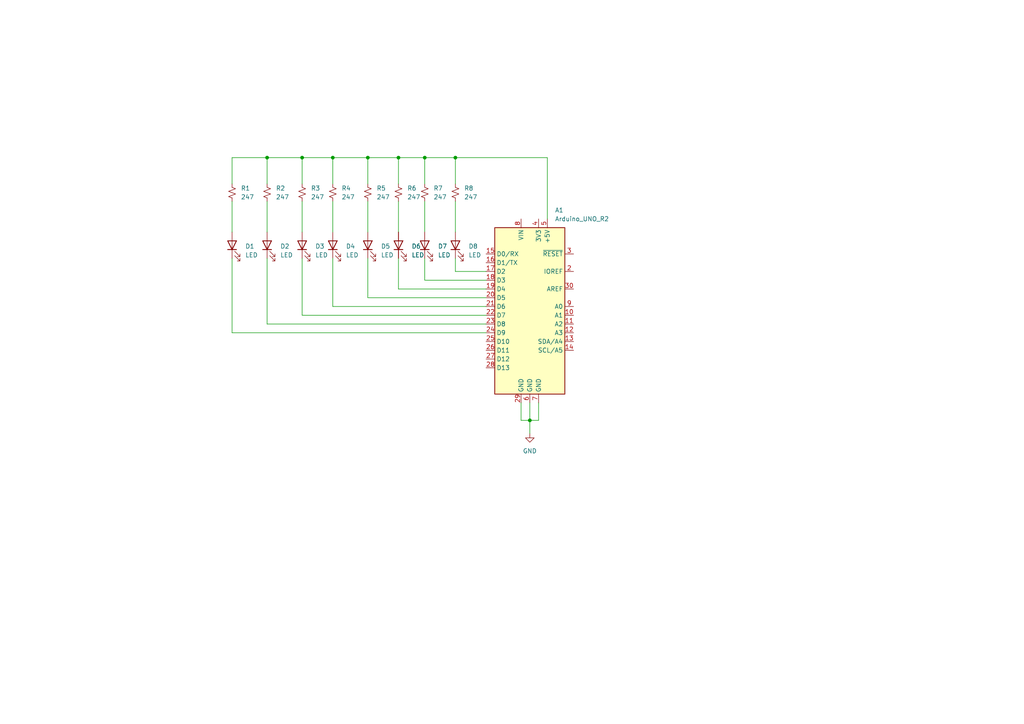
<source format=kicad_sch>
(kicad_sch (version 20230121) (generator eeschema)
  (paper "A4")
  (lib_symbols
    (symbol "Device:LED" (pin_numbers hide) (pin_names (offset 1.016) hide)
      (property "Reference" "D" (at 0 2.54 0))
      (property "Value" "LED" (at 0 -2.54 0))
      (symbol "LED_0_1"
        (polyline (pts (xy -1.27 -1.27) (xy -1.27 1.27)) (stroke (width 0.254)))
        (polyline (pts (xy -1.27 0) (xy 1.27 0)))
        (polyline (pts (xy 1.27 -1.27) (xy 1.27 1.27) (xy -1.27 0) (xy 1.27 -1.27)) (stroke (width 0.254)))
        (polyline (pts (xy -3.048 -0.762) (xy -4.572 -2.286) (xy -3.81 -2.286) (xy -4.572 -2.286) (xy -4.572 -1.524)))
        (polyline (pts (xy -1.778 -0.762) (xy -3.302 -2.286) (xy -2.54 -2.286) (xy -3.302 -2.286) (xy -3.302 -1.524)))
      )
      (symbol "LED_1_1"
        (pin passive line (at -3.81 0 0) (length 2.54) (name "K") (number "1"))
        (pin passive line (at 3.81 0 180) (length 2.54) (name "A") (number "2"))
      )
    )
    (symbol "Device:R_Small_US" (pin_numbers hide) (pin_names (offset 0.254) hide)
      (property "Reference" "R" (at 0.762 0.508 0))
      (property "Value" "R_Small_US" (at 0.762 -1.016 0))
      (symbol "R_Small_US_1_1"
        (polyline (pts (xy 0 0) (xy 1.016 -0.381) (xy 0 -0.762) (xy -1.016 -1.143) (xy 0 -1.524)))
        (polyline (pts (xy 0 1.524) (xy 1.016 1.143) (xy 0 0.762) (xy -1.016 0.381) (xy 0 0)))
        (pin passive line (at 0 2.54 270) (length 1.016) (name "~") (number "1"))
        (pin passive line (at 0 -2.54 90) (length 1.016) (name "~") (number "2"))
      )
    )
    (symbol "MCU_Module:Arduino_UNO_R2"
      (property "Reference" "A" (at -10.16 23.495 0))
      (property "Value" "Arduino_UNO_R2" (at 5.08 -26.67 0))
      (symbol "Arduino_UNO_R2_0_1"
        (rectangle (start -10.16 22.86) (end 10.16 -25.4) (stroke (width 0.254)) (fill (type background)))
      )
      (symbol "Arduino_UNO_R2_1_1"
        (pin no_connect line (at -10.16 -20.32 0) (length 2.54) hide (name "NC") (number "1"))
        (pin bidirectional line (at 12.7 -2.54 180) (length 2.54) (name "A1") (number "10"))
        (pin bidirectional line (at 12.7 -5.08 180) (length 2.54) (name "A2") (number "11"))
        (pin bidirectional line (at 12.7 -7.62 180) (length 2.54) (name "A3") (number "12"))
        (pin bidirectional line (at 12.7 -10.16 180) (length 2.54) (name "SDA/A4") (number "13"))
        (pin bidirectional line (at 12.7 -12.7 180) (length 2.54) (name "SCL/A5") (number "14"))
        (pin bidirectional line (at -12.7 15.24 0) (length 2.54) (name "D0/RX") (number "15"))
        (pin bidirectional line (at -12.7 12.7 0) (length 2.54) (name "D1/TX") (number "16"))
        (pin bidirectional line (at -12.7 10.16 0) (length 2.54) (name "D2") (number "17"))
        (pin bidirectional line (at -12.7 7.62 0) (length 2.54) (name "D3") (number "18"))
        (pin bidirectional line (at -12.7 5.08 0) (length 2.54) (name "D4") (number "19"))
        (pin output line (at 12.7 10.16 180) (length 2.54) (name "IOREF") (number "2"))
        (pin bidirectional line (at -12.7 2.54 0) (length 2.54) (name "D5") (number "20"))
        (pin bidirectional line (at -12.7 0 0) (length 2.54) (name "D6") (number "21"))
        (pin bidirectional line (at -12.7 -2.54 0) (length 2.54) (name "D7") (number "22"))
        (pin bidirectional line (at -12.7 -5.08 0) (length 2.54) (name "D8") (number "23"))
        (pin bidirectional line (at -12.7 -7.62 0) (length 2.54) (name "D9") (number "24"))
        (pin bidirectional line (at -12.7 -10.16 0) (length 2.54) (name "D10") (number "25"))
        (pin bidirectional line (at -12.7 -12.7 0) (length 2.54) (name "D11") (number "26"))
        (pin bidirectional line (at -12.7 -15.24 0) (length 2.54) (name "D12") (number "27"))
        (pin bidirectional line (at -12.7 -17.78 0) (length 2.54) (name "D13") (number "28"))
        (pin power_in line (at -2.54 -27.94 90) (length 2.54) (name "GND") (number "29"))
        (pin input line (at 12.7 15.24 180) (length 2.54) (name "~{RESET}") (number "3"))
        (pin input line (at 12.7 5.08 180) (length 2.54) (name "AREF") (number "30"))
        (pin power_out line (at 2.54 25.4 270) (length 2.54) (name "3V3") (number "4"))
        (pin power_out line (at 5.08 25.4 270) (length 2.54) (name "+5V") (number "5"))
        (pin power_in line (at 0 -27.94 90) (length 2.54) (name "GND") (number "6"))
        (pin power_in line (at 2.54 -27.94 90) (length 2.54) (name "GND") (number "7"))
        (pin power_in line (at -2.54 25.4 270) (length 2.54) (name "VIN") (number "8"))
        (pin bidirectional line (at 12.7 0 180) (length 2.54) (name "A0") (number "9"))
      )
    )
    (symbol "power:GND" (power) (pin_names (offset 0))
      (property "Value" "GND" (at 0 -3.81 0))
      (symbol "GND_0_1"
        (polyline (pts (xy 0 0) (xy 0 -1.27) (xy 1.27 -1.27) (xy 0 -2.54) (xy -1.27 -1.27) (xy 0 -1.27)))
      )
      (symbol "GND_1_1"
        (pin power_in line (at 0 0 270) (length 0) hide (name "GND") (number "1"))
      )
    )
  )
  (junction (at 77.47 45.72))
  (junction (at 153.67 121.92))
  (junction (at 96.52 45.72))
  (junction (at 115.57 45.72))
  (junction (at 87.63 45.72))
  (junction (at 132.08 45.72))
  (junction (at 106.68 45.72))
  (junction (at 123.19 45.72))
  (wire (pts (xy 151.13 121.92) (xy 153.67 121.92)))
  (wire (pts (xy 115.57 83.82) (xy 140.97 83.82)))
  (wire (pts (xy 123.19 81.28) (xy 140.97 81.28)))
  (wire (pts (xy 106.68 86.36) (xy 140.97 86.36)))
  (wire (pts (xy 96.52 45.72) (xy 96.52 53.34)))
  (wire (pts (xy 132.08 45.72) (xy 158.75 45.72)))
  (wire (pts (xy 106.68 45.72) (xy 115.57 45.72)))
  (wire (pts (xy 96.52 45.72) (xy 106.68 45.72)))
  (wire (pts (xy 77.47 58.42) (xy 77.47 67.31)))
  (wire (pts (xy 67.31 58.42) (xy 67.31 67.31)))
  (wire (pts (xy 153.67 116.84) (xy 153.67 121.92)))
  (wire (pts (xy 67.31 45.72) (xy 77.47 45.72)))
  (wire (pts (xy 96.52 58.42) (xy 96.52 67.31)))
  (wire (pts (xy 96.52 88.9) (xy 140.97 88.9)))
  (wire (pts (xy 87.63 45.72) (xy 96.52 45.72)))
  (wire (pts (xy 156.21 116.84) (xy 156.21 121.92)))
  (wire (pts (xy 96.52 74.93) (xy 96.52 88.9)))
  (wire (pts (xy 77.47 74.93) (xy 77.47 93.98)))
  (wire (pts (xy 132.08 58.42) (xy 132.08 67.31)))
  (wire (pts (xy 123.19 58.42) (xy 123.19 67.31)))
  (wire (pts (xy 106.68 74.93) (xy 106.68 86.36)))
  (wire (pts (xy 132.08 78.74) (xy 140.97 78.74)))
  (wire (pts (xy 156.21 121.92) (xy 153.67 121.92)))
  (wire (pts (xy 115.57 45.72) (xy 123.19 45.72)))
  (wire (pts (xy 87.63 74.93) (xy 87.63 91.44)))
  (wire (pts (xy 77.47 45.72) (xy 87.63 45.72)))
  (wire (pts (xy 77.47 93.98) (xy 140.97 93.98)))
  (wire (pts (xy 115.57 45.72) (xy 115.57 53.34)))
  (wire (pts (xy 106.68 58.42) (xy 106.68 67.31)))
  (wire (pts (xy 123.19 45.72) (xy 123.19 53.34)))
  (wire (pts (xy 67.31 74.93) (xy 67.31 96.52)))
  (wire (pts (xy 87.63 58.42) (xy 87.63 67.31)))
  (wire (pts (xy 132.08 74.93) (xy 132.08 78.74)))
  (wire (pts (xy 123.19 74.93) (xy 123.19 81.28)))
  (wire (pts (xy 151.13 116.84) (xy 151.13 121.92)))
  (wire (pts (xy 87.63 45.72) (xy 87.63 53.34)))
  (wire (pts (xy 158.75 45.72) (xy 158.75 63.5)))
  (wire (pts (xy 106.68 45.72) (xy 106.68 53.34)))
  (wire (pts (xy 87.63 91.44) (xy 140.97 91.44)))
  (wire (pts (xy 153.67 121.92) (xy 153.67 125.73)))
  (wire (pts (xy 67.31 53.34) (xy 67.31 45.72)))
  (wire (pts (xy 115.57 74.93) (xy 115.57 83.82)))
  (wire (pts (xy 77.47 45.72) (xy 77.47 53.34)))
  (wire (pts (xy 123.19 45.72) (xy 132.08 45.72)))
  (wire (pts (xy 115.57 58.42) (xy 115.57 67.31)))
  (wire (pts (xy 67.31 96.52) (xy 140.97 96.52)))
  (wire (pts (xy 132.08 45.72) (xy 132.08 53.34)))
  (symbol (lib_id "Device:LED") (at 123.19 71.12 90) (unit 1)
    (property "Reference" "D7" (at 127 71.4375 90) (effects (justify right)))
    (property "Value" "LED" (at 127 73.9775 90) (effects (justify right)))
    (property "Footprint" "LED_SMD:LED_0805_2012Metric" (effects hide))
  )
  (symbol (lib_id "Device:LED") (at 96.52 71.12 90) (unit 1)
    (property "Reference" "D4" (at 100.33 71.4375 90) (effects (justify right)))
    (property "Value" "LED" (at 100.33 73.9775 90) (effects (justify right)))
    (property "Footprint" "LED_SMD:LED_0805_2012Metric" (effects hide))
  )
  (symbol (lib_id "Device:R_Small_US") (at 67.31 55.88 0) (unit 1)
    (property "Reference" "R1" (at 69.85 54.61 0) (effects (justify left)))
    (property "Value" "247" (at 69.85 57.15 0) (effects (justify left)))
    (property "Footprint" "Resistor_SMD:R_0603_1608Metric" (effects hide))
  )
  (symbol (lib_id "Device:LED") (at 67.31 71.12 90) (unit 1)
    (property "Reference" "D1" (at 71.12 71.4375 90) (effects (justify right)))
    (property "Value" "LED" (at 71.12 73.9775 90) (effects (justify right)))
    (property "Footprint" "LED_SMD:LED_0805_2012Metric" (effects hide))
  )
  (symbol (lib_id "Device:LED") (at 132.08 71.12 90) (unit 1)
    (property "Reference" "D8" (at 135.89 71.4375 90) (effects (justify right)))
    (property "Value" "LED" (at 135.89 73.9775 90) (effects (justify right)))
    (property "Footprint" "LED_SMD:LED_0805_2012Metric" (effects hide))
  )
  (symbol (lib_id "Device:R_Small_US") (at 106.68 55.88 0) (unit 1)
    (property "Reference" "R5" (at 109.22 54.61 0) (effects (justify left)))
    (property "Value" "247" (at 109.22 57.15 0) (effects (justify left)))
    (property "Footprint" "Resistor_SMD:R_0603_1608Metric" (effects hide))
  )
  (symbol (lib_id "MCU_Module:Arduino_UNO_R2") (at 153.67 88.9 0) (unit 1)
    (property "Reference" "A1" (at 160.9441 60.96 0) (effects (justify left)))
    (property "Value" "Arduino_UNO_R2" (at 160.9441 63.5 0) (effects (justify left)))
    (property "Footprint" "Module:Arduino_UNO_R2" (effects hide))
    (property "Datasheet" "https://www.arduino.cc/en/Main/arduinoBoardUno" (effects hide))
  )
  (symbol (lib_id "Device:LED") (at 77.47 71.12 90) (unit 1)
    (property "Reference" "D2" (at 81.28 71.4375 90) (effects (justify right)))
    (property "Value" "LED" (at 81.28 73.9775 90) (effects (justify right)))
    (property "Footprint" "LED_SMD:LED_0805_2012Metric" (effects hide))
  )
  (symbol (lib_id "Device:R_Small_US") (at 132.08 55.88 0) (unit 1)
    (property "Reference" "R8" (at 134.62 54.61 0) (effects (justify left)))
    (property "Value" "247" (at 134.62 57.15 0) (effects (justify left)))
    (property "Footprint" "Resistor_SMD:R_0603_1608Metric" (effects hide))
  )
  (symbol (lib_id "Device:LED") (at 106.68 71.12 90) (unit 1)
    (property "Reference" "D5" (at 110.49 71.4375 90) (effects (justify right)))
    (property "Value" "LED" (at 110.49 73.9775 90) (effects (justify right)))
    (property "Footprint" "LED_SMD:LED_0805_2012Metric" (effects hide))
  )
  (symbol (lib_id "Device:LED") (at 87.63 71.12 90) (unit 1)
    (property "Reference" "D3" (at 91.44 71.4375 90) (effects (justify right)))
    (property "Value" "LED" (at 91.44 73.9775 90) (effects (justify right)))
    (property "Footprint" "LED_SMD:LED_0805_2012Metric" (effects hide))
  )
  (symbol (lib_id "Device:R_Small_US") (at 123.19 55.88 0) (unit 1)
    (property "Reference" "R7" (at 125.73 54.61 0) (effects (justify left)))
    (property "Value" "247" (at 125.73 57.15 0) (effects (justify left)))
    (property "Footprint" "Resistor_SMD:R_0603_1608Metric" (effects hide))
  )
  (symbol (lib_id "power:GND") (at 153.67 125.73 0) (unit 1)
    (property "Reference" "#PWR01" (effects hide))
    (property "Value" "GND" (at 153.67 130.81 0))
  )
  (symbol (lib_id "Device:R_Small_US") (at 96.52 55.88 0) (unit 1)
    (property "Reference" "R4" (at 99.06 54.61 0) (effects (justify left)))
    (property "Value" "247" (at 99.06 57.15 0) (effects (justify left)))
    (property "Footprint" "Resistor_SMD:R_0603_1608Metric" (effects hide))
  )
  (symbol (lib_id "Device:R_Small_US") (at 87.63 55.88 0) (unit 1)
    (property "Reference" "R3" (at 90.17 54.61 0) (effects (justify left)))
    (property "Value" "247" (at 90.17 57.15 0) (effects (justify left)))
    (property "Footprint" "Resistor_SMD:R_0603_1608Metric" (effects hide))
  )
  (symbol (lib_id "Device:R_Small_US") (at 115.57 55.88 0) (unit 1)
    (property "Reference" "R6" (at 118.11 54.61 0) (effects (justify left)))
    (property "Value" "247" (at 118.11 57.15 0) (effects (justify left)))
    (property "Footprint" "Resistor_SMD:R_0603_1608Metric" (effects hide))
  )
  (symbol (lib_id "Device:R_Small_US") (at 77.47 55.88 0) (unit 1)
    (property "Reference" "R2" (at 80.01 54.61 0) (effects (justify left)))
    (property "Value" "247" (at 80.01 57.15 0) (effects (justify left)))
    (property "Footprint" "Resistor_SMD:R_0603_1608Metric" (effects hide))
  )
  (symbol (lib_id "Device:LED") (at 115.57 71.12 90) (unit 1)
    (property "Reference" "D6" (at 119.38 71.4375 90) (effects (justify right)))
    (property "Value" "LED" (at 119.38 73.9775 90) (effects (justify right)))
    (property "Footprint" "LED_SMD:LED_0805_2012Metric" (effects hide))
  )
)
</source>
